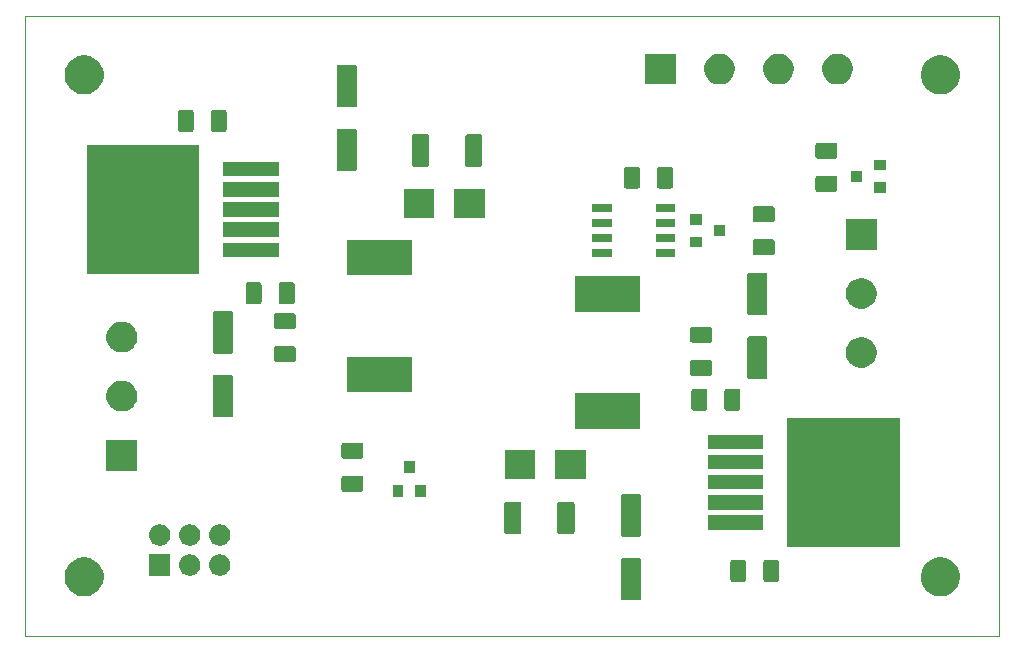
<source format=gbr>
G04 #@! TF.GenerationSoftware,KiCad,Pcbnew,(5.1.0)-1*
G04 #@! TF.CreationDate,2019-06-07T15:42:58+02:00*
G04 #@! TF.ProjectId,DRS,4452532e-6b69-4636-9164-5f7063625858,rev?*
G04 #@! TF.SameCoordinates,Original*
G04 #@! TF.FileFunction,Soldermask,Bot*
G04 #@! TF.FilePolarity,Negative*
%FSLAX46Y46*%
G04 Gerber Fmt 4.6, Leading zero omitted, Abs format (unit mm)*
G04 Created by KiCad (PCBNEW (5.1.0)-1) date 2019-06-07 15:42:58*
%MOMM*%
%LPD*%
G04 APERTURE LIST*
%ADD10C,0.100000*%
G04 APERTURE END LIST*
D10*
X94000000Y-103500000D02*
X176500000Y-103500000D01*
X94000000Y-51000000D02*
X94000000Y-103500000D01*
X176500000Y-51000000D02*
X94000000Y-51000000D01*
X176500000Y-103500000D02*
X176500000Y-51000000D01*
G36*
X146005997Y-96903051D02*
G01*
X146039652Y-96913261D01*
X146070665Y-96929838D01*
X146097851Y-96952149D01*
X146120162Y-96979335D01*
X146136739Y-97010348D01*
X146146949Y-97044003D01*
X146151000Y-97085138D01*
X146151000Y-100314862D01*
X146146949Y-100355997D01*
X146136739Y-100389652D01*
X146120162Y-100420665D01*
X146097851Y-100447851D01*
X146070665Y-100470162D01*
X146039652Y-100486739D01*
X146005997Y-100496949D01*
X145964862Y-100501000D01*
X144635138Y-100501000D01*
X144594003Y-100496949D01*
X144560348Y-100486739D01*
X144529335Y-100470162D01*
X144502149Y-100447851D01*
X144479838Y-100420665D01*
X144463261Y-100389652D01*
X144453051Y-100355997D01*
X144449000Y-100314862D01*
X144449000Y-97085138D01*
X144453051Y-97044003D01*
X144463261Y-97010348D01*
X144479838Y-96979335D01*
X144502149Y-96952149D01*
X144529335Y-96929838D01*
X144560348Y-96913261D01*
X144594003Y-96903051D01*
X144635138Y-96899000D01*
X145964862Y-96899000D01*
X146005997Y-96903051D01*
X146005997Y-96903051D01*
G37*
G36*
X171875256Y-96891298D02*
G01*
X171981579Y-96912447D01*
X172282042Y-97036903D01*
X172552451Y-97217585D01*
X172782415Y-97447549D01*
X172963097Y-97717958D01*
X173081162Y-98002991D01*
X173087553Y-98018422D01*
X173151000Y-98337389D01*
X173151000Y-98662611D01*
X173115949Y-98838821D01*
X173087553Y-98981579D01*
X172963097Y-99282042D01*
X172782415Y-99552451D01*
X172552451Y-99782415D01*
X172282042Y-99963097D01*
X171981579Y-100087553D01*
X171875256Y-100108702D01*
X171662611Y-100151000D01*
X171337389Y-100151000D01*
X171124744Y-100108702D01*
X171018421Y-100087553D01*
X170717958Y-99963097D01*
X170447549Y-99782415D01*
X170217585Y-99552451D01*
X170036903Y-99282042D01*
X169912447Y-98981579D01*
X169884051Y-98838821D01*
X169849000Y-98662611D01*
X169849000Y-98337389D01*
X169912447Y-98018422D01*
X169918839Y-98002991D01*
X170036903Y-97717958D01*
X170217585Y-97447549D01*
X170447549Y-97217585D01*
X170717958Y-97036903D01*
X171018421Y-96912447D01*
X171124744Y-96891298D01*
X171337389Y-96849000D01*
X171662611Y-96849000D01*
X171875256Y-96891298D01*
X171875256Y-96891298D01*
G37*
G36*
X99375256Y-96891298D02*
G01*
X99481579Y-96912447D01*
X99782042Y-97036903D01*
X100052451Y-97217585D01*
X100282415Y-97447549D01*
X100463097Y-97717958D01*
X100581162Y-98002991D01*
X100587553Y-98018422D01*
X100651000Y-98337389D01*
X100651000Y-98662611D01*
X100615949Y-98838821D01*
X100587553Y-98981579D01*
X100463097Y-99282042D01*
X100282415Y-99552451D01*
X100052451Y-99782415D01*
X99782042Y-99963097D01*
X99481579Y-100087553D01*
X99375256Y-100108702D01*
X99162611Y-100151000D01*
X98837389Y-100151000D01*
X98624744Y-100108702D01*
X98518421Y-100087553D01*
X98217958Y-99963097D01*
X97947549Y-99782415D01*
X97717585Y-99552451D01*
X97536903Y-99282042D01*
X97412447Y-98981579D01*
X97384051Y-98838821D01*
X97349000Y-98662611D01*
X97349000Y-98337389D01*
X97412447Y-98018422D01*
X97418839Y-98002991D01*
X97536903Y-97717958D01*
X97717585Y-97447549D01*
X97947549Y-97217585D01*
X98217958Y-97036903D01*
X98518421Y-96912447D01*
X98624744Y-96891298D01*
X98837389Y-96849000D01*
X99162611Y-96849000D01*
X99375256Y-96891298D01*
X99375256Y-96891298D01*
G37*
G36*
X157718604Y-97078347D02*
G01*
X157755144Y-97089432D01*
X157788821Y-97107433D01*
X157818341Y-97131659D01*
X157842567Y-97161179D01*
X157860568Y-97194856D01*
X157871653Y-97231396D01*
X157876000Y-97275538D01*
X157876000Y-98724462D01*
X157871653Y-98768604D01*
X157860568Y-98805144D01*
X157842567Y-98838821D01*
X157818341Y-98868341D01*
X157788821Y-98892567D01*
X157755144Y-98910568D01*
X157718604Y-98921653D01*
X157674462Y-98926000D01*
X156725538Y-98926000D01*
X156681396Y-98921653D01*
X156644856Y-98910568D01*
X156611179Y-98892567D01*
X156581659Y-98868341D01*
X156557433Y-98838821D01*
X156539432Y-98805144D01*
X156528347Y-98768604D01*
X156524000Y-98724462D01*
X156524000Y-97275538D01*
X156528347Y-97231396D01*
X156539432Y-97194856D01*
X156557433Y-97161179D01*
X156581659Y-97131659D01*
X156611179Y-97107433D01*
X156644856Y-97089432D01*
X156681396Y-97078347D01*
X156725538Y-97074000D01*
X157674462Y-97074000D01*
X157718604Y-97078347D01*
X157718604Y-97078347D01*
G37*
G36*
X154918604Y-97078347D02*
G01*
X154955144Y-97089432D01*
X154988821Y-97107433D01*
X155018341Y-97131659D01*
X155042567Y-97161179D01*
X155060568Y-97194856D01*
X155071653Y-97231396D01*
X155076000Y-97275538D01*
X155076000Y-98724462D01*
X155071653Y-98768604D01*
X155060568Y-98805144D01*
X155042567Y-98838821D01*
X155018341Y-98868341D01*
X154988821Y-98892567D01*
X154955144Y-98910568D01*
X154918604Y-98921653D01*
X154874462Y-98926000D01*
X153925538Y-98926000D01*
X153881396Y-98921653D01*
X153844856Y-98910568D01*
X153811179Y-98892567D01*
X153781659Y-98868341D01*
X153757433Y-98838821D01*
X153739432Y-98805144D01*
X153728347Y-98768604D01*
X153724000Y-98724462D01*
X153724000Y-97275538D01*
X153728347Y-97231396D01*
X153739432Y-97194856D01*
X153757433Y-97161179D01*
X153781659Y-97131659D01*
X153811179Y-97107433D01*
X153844856Y-97089432D01*
X153881396Y-97078347D01*
X153925538Y-97074000D01*
X154874462Y-97074000D01*
X154918604Y-97078347D01*
X154918604Y-97078347D01*
G37*
G36*
X108050442Y-96605518D02*
G01*
X108116627Y-96612037D01*
X108286466Y-96663557D01*
X108442991Y-96747222D01*
X108478729Y-96776552D01*
X108580186Y-96859814D01*
X108628957Y-96919243D01*
X108692778Y-96997009D01*
X108692779Y-96997011D01*
X108764751Y-97131659D01*
X108776443Y-97153534D01*
X108827963Y-97323373D01*
X108845359Y-97500000D01*
X108827963Y-97676627D01*
X108776443Y-97846466D01*
X108692778Y-98002991D01*
X108680114Y-98018422D01*
X108580186Y-98140186D01*
X108478729Y-98223448D01*
X108442991Y-98252778D01*
X108286466Y-98336443D01*
X108116627Y-98387963D01*
X108050442Y-98394482D01*
X107984260Y-98401000D01*
X107895740Y-98401000D01*
X107829558Y-98394482D01*
X107763373Y-98387963D01*
X107593534Y-98336443D01*
X107437009Y-98252778D01*
X107401271Y-98223448D01*
X107299814Y-98140186D01*
X107199886Y-98018422D01*
X107187222Y-98002991D01*
X107103557Y-97846466D01*
X107052037Y-97676627D01*
X107034641Y-97500000D01*
X107052037Y-97323373D01*
X107103557Y-97153534D01*
X107115250Y-97131659D01*
X107187221Y-96997011D01*
X107187222Y-96997009D01*
X107251043Y-96919243D01*
X107299814Y-96859814D01*
X107401271Y-96776552D01*
X107437009Y-96747222D01*
X107593534Y-96663557D01*
X107763373Y-96612037D01*
X107829557Y-96605519D01*
X107895740Y-96599000D01*
X107984260Y-96599000D01*
X108050442Y-96605518D01*
X108050442Y-96605518D01*
G37*
G36*
X106301000Y-98401000D02*
G01*
X104499000Y-98401000D01*
X104499000Y-96599000D01*
X106301000Y-96599000D01*
X106301000Y-98401000D01*
X106301000Y-98401000D01*
G37*
G36*
X110590442Y-96605518D02*
G01*
X110656627Y-96612037D01*
X110826466Y-96663557D01*
X110982991Y-96747222D01*
X111018729Y-96776552D01*
X111120186Y-96859814D01*
X111168957Y-96919243D01*
X111232778Y-96997009D01*
X111232779Y-96997011D01*
X111304751Y-97131659D01*
X111316443Y-97153534D01*
X111367963Y-97323373D01*
X111385359Y-97500000D01*
X111367963Y-97676627D01*
X111316443Y-97846466D01*
X111232778Y-98002991D01*
X111220114Y-98018422D01*
X111120186Y-98140186D01*
X111018729Y-98223448D01*
X110982991Y-98252778D01*
X110826466Y-98336443D01*
X110656627Y-98387963D01*
X110590442Y-98394482D01*
X110524260Y-98401000D01*
X110435740Y-98401000D01*
X110369558Y-98394482D01*
X110303373Y-98387963D01*
X110133534Y-98336443D01*
X109977009Y-98252778D01*
X109941271Y-98223448D01*
X109839814Y-98140186D01*
X109739886Y-98018422D01*
X109727222Y-98002991D01*
X109643557Y-97846466D01*
X109592037Y-97676627D01*
X109574641Y-97500000D01*
X109592037Y-97323373D01*
X109643557Y-97153534D01*
X109655250Y-97131659D01*
X109727221Y-96997011D01*
X109727222Y-96997009D01*
X109791043Y-96919243D01*
X109839814Y-96859814D01*
X109941271Y-96776552D01*
X109977009Y-96747222D01*
X110133534Y-96663557D01*
X110303373Y-96612037D01*
X110369557Y-96605519D01*
X110435740Y-96599000D01*
X110524260Y-96599000D01*
X110590442Y-96605518D01*
X110590442Y-96605518D01*
G37*
G36*
X168051000Y-95951000D02*
G01*
X158549000Y-95951000D01*
X158549000Y-85049000D01*
X168051000Y-85049000D01*
X168051000Y-95951000D01*
X168051000Y-95951000D01*
G37*
G36*
X110590443Y-94065519D02*
G01*
X110656627Y-94072037D01*
X110826466Y-94123557D01*
X110982991Y-94207222D01*
X111018729Y-94236552D01*
X111120186Y-94319814D01*
X111203448Y-94421271D01*
X111232778Y-94457009D01*
X111316443Y-94613534D01*
X111367963Y-94783373D01*
X111385359Y-94960000D01*
X111367963Y-95136627D01*
X111316443Y-95306466D01*
X111232778Y-95462991D01*
X111203448Y-95498729D01*
X111120186Y-95600186D01*
X111018729Y-95683448D01*
X110982991Y-95712778D01*
X110826466Y-95796443D01*
X110656627Y-95847963D01*
X110590442Y-95854482D01*
X110524260Y-95861000D01*
X110435740Y-95861000D01*
X110369558Y-95854482D01*
X110303373Y-95847963D01*
X110133534Y-95796443D01*
X109977009Y-95712778D01*
X109941271Y-95683448D01*
X109839814Y-95600186D01*
X109756552Y-95498729D01*
X109727222Y-95462991D01*
X109643557Y-95306466D01*
X109592037Y-95136627D01*
X109574641Y-94960000D01*
X109592037Y-94783373D01*
X109643557Y-94613534D01*
X109727222Y-94457009D01*
X109756552Y-94421271D01*
X109839814Y-94319814D01*
X109941271Y-94236552D01*
X109977009Y-94207222D01*
X110133534Y-94123557D01*
X110303373Y-94072037D01*
X110369557Y-94065519D01*
X110435740Y-94059000D01*
X110524260Y-94059000D01*
X110590443Y-94065519D01*
X110590443Y-94065519D01*
G37*
G36*
X108050443Y-94065519D02*
G01*
X108116627Y-94072037D01*
X108286466Y-94123557D01*
X108442991Y-94207222D01*
X108478729Y-94236552D01*
X108580186Y-94319814D01*
X108663448Y-94421271D01*
X108692778Y-94457009D01*
X108776443Y-94613534D01*
X108827963Y-94783373D01*
X108845359Y-94960000D01*
X108827963Y-95136627D01*
X108776443Y-95306466D01*
X108692778Y-95462991D01*
X108663448Y-95498729D01*
X108580186Y-95600186D01*
X108478729Y-95683448D01*
X108442991Y-95712778D01*
X108286466Y-95796443D01*
X108116627Y-95847963D01*
X108050442Y-95854482D01*
X107984260Y-95861000D01*
X107895740Y-95861000D01*
X107829558Y-95854482D01*
X107763373Y-95847963D01*
X107593534Y-95796443D01*
X107437009Y-95712778D01*
X107401271Y-95683448D01*
X107299814Y-95600186D01*
X107216552Y-95498729D01*
X107187222Y-95462991D01*
X107103557Y-95306466D01*
X107052037Y-95136627D01*
X107034641Y-94960000D01*
X107052037Y-94783373D01*
X107103557Y-94613534D01*
X107187222Y-94457009D01*
X107216552Y-94421271D01*
X107299814Y-94319814D01*
X107401271Y-94236552D01*
X107437009Y-94207222D01*
X107593534Y-94123557D01*
X107763373Y-94072037D01*
X107829557Y-94065519D01*
X107895740Y-94059000D01*
X107984260Y-94059000D01*
X108050443Y-94065519D01*
X108050443Y-94065519D01*
G37*
G36*
X105510443Y-94065519D02*
G01*
X105576627Y-94072037D01*
X105746466Y-94123557D01*
X105902991Y-94207222D01*
X105938729Y-94236552D01*
X106040186Y-94319814D01*
X106123448Y-94421271D01*
X106152778Y-94457009D01*
X106236443Y-94613534D01*
X106287963Y-94783373D01*
X106305359Y-94960000D01*
X106287963Y-95136627D01*
X106236443Y-95306466D01*
X106152778Y-95462991D01*
X106123448Y-95498729D01*
X106040186Y-95600186D01*
X105938729Y-95683448D01*
X105902991Y-95712778D01*
X105746466Y-95796443D01*
X105576627Y-95847963D01*
X105510442Y-95854482D01*
X105444260Y-95861000D01*
X105355740Y-95861000D01*
X105289558Y-95854482D01*
X105223373Y-95847963D01*
X105053534Y-95796443D01*
X104897009Y-95712778D01*
X104861271Y-95683448D01*
X104759814Y-95600186D01*
X104676552Y-95498729D01*
X104647222Y-95462991D01*
X104563557Y-95306466D01*
X104512037Y-95136627D01*
X104494641Y-94960000D01*
X104512037Y-94783373D01*
X104563557Y-94613534D01*
X104647222Y-94457009D01*
X104676552Y-94421271D01*
X104759814Y-94319814D01*
X104861271Y-94236552D01*
X104897009Y-94207222D01*
X105053534Y-94123557D01*
X105223373Y-94072037D01*
X105289557Y-94065519D01*
X105355740Y-94059000D01*
X105444260Y-94059000D01*
X105510443Y-94065519D01*
X105510443Y-94065519D01*
G37*
G36*
X146005997Y-91503051D02*
G01*
X146039652Y-91513261D01*
X146070665Y-91529838D01*
X146097851Y-91552149D01*
X146120162Y-91579335D01*
X146136739Y-91610348D01*
X146146949Y-91644003D01*
X146151000Y-91685138D01*
X146151000Y-94914862D01*
X146146949Y-94955997D01*
X146136739Y-94989652D01*
X146120162Y-95020665D01*
X146097851Y-95047851D01*
X146070665Y-95070162D01*
X146039652Y-95086739D01*
X146005997Y-95096949D01*
X145964862Y-95101000D01*
X144635138Y-95101000D01*
X144594003Y-95096949D01*
X144560348Y-95086739D01*
X144529335Y-95070162D01*
X144502149Y-95047851D01*
X144479838Y-95020665D01*
X144463261Y-94989652D01*
X144453051Y-94955997D01*
X144449000Y-94914862D01*
X144449000Y-91685138D01*
X144453051Y-91644003D01*
X144463261Y-91610348D01*
X144479838Y-91579335D01*
X144502149Y-91552149D01*
X144529335Y-91529838D01*
X144560348Y-91513261D01*
X144594003Y-91503051D01*
X144635138Y-91499000D01*
X145964862Y-91499000D01*
X146005997Y-91503051D01*
X146005997Y-91503051D01*
G37*
G36*
X135872798Y-92128247D02*
G01*
X135908367Y-92139037D01*
X135941139Y-92156554D01*
X135969869Y-92180131D01*
X135993446Y-92208861D01*
X136010963Y-92241633D01*
X136021753Y-92277202D01*
X136026000Y-92320325D01*
X136026000Y-94679675D01*
X136021753Y-94722798D01*
X136010963Y-94758367D01*
X135993446Y-94791139D01*
X135969869Y-94819869D01*
X135941139Y-94843446D01*
X135908367Y-94860963D01*
X135872798Y-94871753D01*
X135829675Y-94876000D01*
X134770325Y-94876000D01*
X134727202Y-94871753D01*
X134691633Y-94860963D01*
X134658861Y-94843446D01*
X134630131Y-94819869D01*
X134606554Y-94791139D01*
X134589037Y-94758367D01*
X134578247Y-94722798D01*
X134574000Y-94679675D01*
X134574000Y-92320325D01*
X134578247Y-92277202D01*
X134589037Y-92241633D01*
X134606554Y-92208861D01*
X134630131Y-92180131D01*
X134658861Y-92156554D01*
X134691633Y-92139037D01*
X134727202Y-92128247D01*
X134770325Y-92124000D01*
X135829675Y-92124000D01*
X135872798Y-92128247D01*
X135872798Y-92128247D01*
G37*
G36*
X140372798Y-92128247D02*
G01*
X140408367Y-92139037D01*
X140441139Y-92156554D01*
X140469869Y-92180131D01*
X140493446Y-92208861D01*
X140510963Y-92241633D01*
X140521753Y-92277202D01*
X140526000Y-92320325D01*
X140526000Y-94679675D01*
X140521753Y-94722798D01*
X140510963Y-94758367D01*
X140493446Y-94791139D01*
X140469869Y-94819869D01*
X140441139Y-94843446D01*
X140408367Y-94860963D01*
X140372798Y-94871753D01*
X140329675Y-94876000D01*
X139270325Y-94876000D01*
X139227202Y-94871753D01*
X139191633Y-94860963D01*
X139158861Y-94843446D01*
X139130131Y-94819869D01*
X139106554Y-94791139D01*
X139089037Y-94758367D01*
X139078247Y-94722798D01*
X139074000Y-94679675D01*
X139074000Y-92320325D01*
X139078247Y-92277202D01*
X139089037Y-92241633D01*
X139106554Y-92208861D01*
X139130131Y-92180131D01*
X139158861Y-92156554D01*
X139191633Y-92139037D01*
X139227202Y-92128247D01*
X139270325Y-92124000D01*
X140329675Y-92124000D01*
X140372798Y-92128247D01*
X140372798Y-92128247D01*
G37*
G36*
X156501000Y-94501000D02*
G01*
X151799000Y-94501000D01*
X151799000Y-93299000D01*
X156501000Y-93299000D01*
X156501000Y-94501000D01*
X156501000Y-94501000D01*
G37*
G36*
X156501000Y-92801000D02*
G01*
X151799000Y-92801000D01*
X151799000Y-91599000D01*
X156501000Y-91599000D01*
X156501000Y-92801000D01*
X156501000Y-92801000D01*
G37*
G36*
X126037000Y-91737000D02*
G01*
X125135000Y-91737000D01*
X125135000Y-90735000D01*
X126037000Y-90735000D01*
X126037000Y-91737000D01*
X126037000Y-91737000D01*
G37*
G36*
X127937000Y-91737000D02*
G01*
X127035000Y-91737000D01*
X127035000Y-90735000D01*
X127937000Y-90735000D01*
X127937000Y-91737000D01*
X127937000Y-91737000D01*
G37*
G36*
X122478604Y-89948347D02*
G01*
X122515144Y-89959432D01*
X122548821Y-89977433D01*
X122578341Y-90001659D01*
X122602567Y-90031179D01*
X122620568Y-90064856D01*
X122631653Y-90101396D01*
X122636000Y-90145538D01*
X122636000Y-91094462D01*
X122631653Y-91138604D01*
X122620568Y-91175144D01*
X122602567Y-91208821D01*
X122578341Y-91238341D01*
X122548821Y-91262567D01*
X122515144Y-91280568D01*
X122478604Y-91291653D01*
X122434462Y-91296000D01*
X120985538Y-91296000D01*
X120941396Y-91291653D01*
X120904856Y-91280568D01*
X120871179Y-91262567D01*
X120841659Y-91238341D01*
X120817433Y-91208821D01*
X120799432Y-91175144D01*
X120788347Y-91138604D01*
X120784000Y-91094462D01*
X120784000Y-90145538D01*
X120788347Y-90101396D01*
X120799432Y-90064856D01*
X120817433Y-90031179D01*
X120841659Y-90001659D01*
X120871179Y-89977433D01*
X120904856Y-89959432D01*
X120941396Y-89948347D01*
X120985538Y-89944000D01*
X122434462Y-89944000D01*
X122478604Y-89948347D01*
X122478604Y-89948347D01*
G37*
G36*
X156501000Y-91101000D02*
G01*
X151799000Y-91101000D01*
X151799000Y-89899000D01*
X156501000Y-89899000D01*
X156501000Y-91101000D01*
X156501000Y-91101000D01*
G37*
G36*
X141501000Y-90201000D02*
G01*
X138899000Y-90201000D01*
X138899000Y-87799000D01*
X141501000Y-87799000D01*
X141501000Y-90201000D01*
X141501000Y-90201000D01*
G37*
G36*
X137201000Y-90201000D02*
G01*
X134599000Y-90201000D01*
X134599000Y-87799000D01*
X137201000Y-87799000D01*
X137201000Y-90201000D01*
X137201000Y-90201000D01*
G37*
G36*
X126987000Y-89737000D02*
G01*
X126085000Y-89737000D01*
X126085000Y-88735000D01*
X126987000Y-88735000D01*
X126987000Y-89737000D01*
X126987000Y-89737000D01*
G37*
G36*
X103501000Y-89501000D02*
G01*
X100899000Y-89501000D01*
X100899000Y-86899000D01*
X103501000Y-86899000D01*
X103501000Y-89501000D01*
X103501000Y-89501000D01*
G37*
G36*
X156501000Y-89401000D02*
G01*
X151799000Y-89401000D01*
X151799000Y-88199000D01*
X156501000Y-88199000D01*
X156501000Y-89401000D01*
X156501000Y-89401000D01*
G37*
G36*
X122478604Y-87148347D02*
G01*
X122515144Y-87159432D01*
X122548821Y-87177433D01*
X122578341Y-87201659D01*
X122602567Y-87231179D01*
X122620568Y-87264856D01*
X122631653Y-87301396D01*
X122636000Y-87345538D01*
X122636000Y-88294462D01*
X122631653Y-88338604D01*
X122620568Y-88375144D01*
X122602567Y-88408821D01*
X122578341Y-88438341D01*
X122548821Y-88462567D01*
X122515144Y-88480568D01*
X122478604Y-88491653D01*
X122434462Y-88496000D01*
X120985538Y-88496000D01*
X120941396Y-88491653D01*
X120904856Y-88480568D01*
X120871179Y-88462567D01*
X120841659Y-88438341D01*
X120817433Y-88408821D01*
X120799432Y-88375144D01*
X120788347Y-88338604D01*
X120784000Y-88294462D01*
X120784000Y-87345538D01*
X120788347Y-87301396D01*
X120799432Y-87264856D01*
X120817433Y-87231179D01*
X120841659Y-87201659D01*
X120871179Y-87177433D01*
X120904856Y-87159432D01*
X120941396Y-87148347D01*
X120985538Y-87144000D01*
X122434462Y-87144000D01*
X122478604Y-87148347D01*
X122478604Y-87148347D01*
G37*
G36*
X156501000Y-87701000D02*
G01*
X151799000Y-87701000D01*
X151799000Y-86499000D01*
X156501000Y-86499000D01*
X156501000Y-87701000D01*
X156501000Y-87701000D01*
G37*
G36*
X146051000Y-85951000D02*
G01*
X140549000Y-85951000D01*
X140549000Y-82949000D01*
X146051000Y-82949000D01*
X146051000Y-85951000D01*
X146051000Y-85951000D01*
G37*
G36*
X111455997Y-81403051D02*
G01*
X111489652Y-81413261D01*
X111520665Y-81429838D01*
X111547851Y-81452149D01*
X111570162Y-81479335D01*
X111586739Y-81510348D01*
X111596949Y-81544003D01*
X111601000Y-81585138D01*
X111601000Y-84814862D01*
X111596949Y-84855997D01*
X111586739Y-84889652D01*
X111570162Y-84920665D01*
X111547851Y-84947851D01*
X111520665Y-84970162D01*
X111489652Y-84986739D01*
X111455997Y-84996949D01*
X111414862Y-85001000D01*
X110085138Y-85001000D01*
X110044003Y-84996949D01*
X110010348Y-84986739D01*
X109979335Y-84970162D01*
X109952149Y-84947851D01*
X109929838Y-84920665D01*
X109913261Y-84889652D01*
X109903051Y-84855997D01*
X109899000Y-84814862D01*
X109899000Y-81585138D01*
X109903051Y-81544003D01*
X109913261Y-81510348D01*
X109929838Y-81479335D01*
X109952149Y-81452149D01*
X109979335Y-81429838D01*
X110010348Y-81413261D01*
X110044003Y-81403051D01*
X110085138Y-81399000D01*
X111414862Y-81399000D01*
X111455997Y-81403051D01*
X111455997Y-81403051D01*
G37*
G36*
X102579487Y-81948996D02*
G01*
X102816253Y-82047068D01*
X102816255Y-82047069D01*
X103029339Y-82189447D01*
X103210553Y-82370661D01*
X103346420Y-82574000D01*
X103352932Y-82583747D01*
X103451004Y-82820513D01*
X103501000Y-83071861D01*
X103501000Y-83328139D01*
X103451004Y-83579487D01*
X103352932Y-83816253D01*
X103352931Y-83816255D01*
X103210553Y-84029339D01*
X103029339Y-84210553D01*
X102816255Y-84352931D01*
X102816254Y-84352932D01*
X102816253Y-84352932D01*
X102579487Y-84451004D01*
X102328139Y-84501000D01*
X102071861Y-84501000D01*
X101820513Y-84451004D01*
X101583747Y-84352932D01*
X101583746Y-84352932D01*
X101583745Y-84352931D01*
X101370661Y-84210553D01*
X101189447Y-84029339D01*
X101047069Y-83816255D01*
X101047068Y-83816253D01*
X100948996Y-83579487D01*
X100899000Y-83328139D01*
X100899000Y-83071861D01*
X100948996Y-82820513D01*
X101047068Y-82583747D01*
X101053581Y-82574000D01*
X101189447Y-82370661D01*
X101370661Y-82189447D01*
X101583745Y-82047069D01*
X101583747Y-82047068D01*
X101820513Y-81948996D01*
X102071861Y-81899000D01*
X102328139Y-81899000D01*
X102579487Y-81948996D01*
X102579487Y-81948996D01*
G37*
G36*
X154418604Y-82578347D02*
G01*
X154455144Y-82589432D01*
X154488821Y-82607433D01*
X154518341Y-82631659D01*
X154542567Y-82661179D01*
X154560568Y-82694856D01*
X154571653Y-82731396D01*
X154576000Y-82775538D01*
X154576000Y-84224462D01*
X154571653Y-84268604D01*
X154560568Y-84305144D01*
X154542567Y-84338821D01*
X154518341Y-84368341D01*
X154488821Y-84392567D01*
X154455144Y-84410568D01*
X154418604Y-84421653D01*
X154374462Y-84426000D01*
X153425538Y-84426000D01*
X153381396Y-84421653D01*
X153344856Y-84410568D01*
X153311179Y-84392567D01*
X153281659Y-84368341D01*
X153257433Y-84338821D01*
X153239432Y-84305144D01*
X153228347Y-84268604D01*
X153224000Y-84224462D01*
X153224000Y-82775538D01*
X153228347Y-82731396D01*
X153239432Y-82694856D01*
X153257433Y-82661179D01*
X153281659Y-82631659D01*
X153311179Y-82607433D01*
X153344856Y-82589432D01*
X153381396Y-82578347D01*
X153425538Y-82574000D01*
X154374462Y-82574000D01*
X154418604Y-82578347D01*
X154418604Y-82578347D01*
G37*
G36*
X151618604Y-82578347D02*
G01*
X151655144Y-82589432D01*
X151688821Y-82607433D01*
X151718341Y-82631659D01*
X151742567Y-82661179D01*
X151760568Y-82694856D01*
X151771653Y-82731396D01*
X151776000Y-82775538D01*
X151776000Y-84224462D01*
X151771653Y-84268604D01*
X151760568Y-84305144D01*
X151742567Y-84338821D01*
X151718341Y-84368341D01*
X151688821Y-84392567D01*
X151655144Y-84410568D01*
X151618604Y-84421653D01*
X151574462Y-84426000D01*
X150625538Y-84426000D01*
X150581396Y-84421653D01*
X150544856Y-84410568D01*
X150511179Y-84392567D01*
X150481659Y-84368341D01*
X150457433Y-84338821D01*
X150439432Y-84305144D01*
X150428347Y-84268604D01*
X150424000Y-84224462D01*
X150424000Y-82775538D01*
X150428347Y-82731396D01*
X150439432Y-82694856D01*
X150457433Y-82661179D01*
X150481659Y-82631659D01*
X150511179Y-82607433D01*
X150544856Y-82589432D01*
X150581396Y-82578347D01*
X150625538Y-82574000D01*
X151574462Y-82574000D01*
X151618604Y-82578347D01*
X151618604Y-82578347D01*
G37*
G36*
X126751000Y-82851000D02*
G01*
X121249000Y-82851000D01*
X121249000Y-79849000D01*
X126751000Y-79849000D01*
X126751000Y-82851000D01*
X126751000Y-82851000D01*
G37*
G36*
X156705997Y-78153051D02*
G01*
X156739652Y-78163261D01*
X156770665Y-78179838D01*
X156797851Y-78202149D01*
X156820162Y-78229335D01*
X156836739Y-78260348D01*
X156846949Y-78294003D01*
X156851000Y-78335138D01*
X156851000Y-81564862D01*
X156846949Y-81605997D01*
X156836739Y-81639652D01*
X156820162Y-81670665D01*
X156797851Y-81697851D01*
X156770665Y-81720162D01*
X156739652Y-81736739D01*
X156705997Y-81746949D01*
X156664862Y-81751000D01*
X155335138Y-81751000D01*
X155294003Y-81746949D01*
X155260348Y-81736739D01*
X155229335Y-81720162D01*
X155202149Y-81697851D01*
X155179838Y-81670665D01*
X155163261Y-81639652D01*
X155153051Y-81605997D01*
X155149000Y-81564862D01*
X155149000Y-78335138D01*
X155153051Y-78294003D01*
X155163261Y-78260348D01*
X155179838Y-78229335D01*
X155202149Y-78202149D01*
X155229335Y-78179838D01*
X155260348Y-78163261D01*
X155294003Y-78153051D01*
X155335138Y-78149000D01*
X156664862Y-78149000D01*
X156705997Y-78153051D01*
X156705997Y-78153051D01*
G37*
G36*
X152018604Y-80128347D02*
G01*
X152055144Y-80139432D01*
X152088821Y-80157433D01*
X152118341Y-80181659D01*
X152142567Y-80211179D01*
X152160568Y-80244856D01*
X152171653Y-80281396D01*
X152176000Y-80325538D01*
X152176000Y-81274462D01*
X152171653Y-81318604D01*
X152160568Y-81355144D01*
X152142567Y-81388821D01*
X152118341Y-81418341D01*
X152088821Y-81442567D01*
X152055144Y-81460568D01*
X152018604Y-81471653D01*
X151974462Y-81476000D01*
X150525538Y-81476000D01*
X150481396Y-81471653D01*
X150444856Y-81460568D01*
X150411179Y-81442567D01*
X150381659Y-81418341D01*
X150357433Y-81388821D01*
X150339432Y-81355144D01*
X150328347Y-81318604D01*
X150324000Y-81274462D01*
X150324000Y-80325538D01*
X150328347Y-80281396D01*
X150339432Y-80244856D01*
X150357433Y-80211179D01*
X150381659Y-80181659D01*
X150411179Y-80157433D01*
X150444856Y-80139432D01*
X150481396Y-80128347D01*
X150525538Y-80124000D01*
X151974462Y-80124000D01*
X152018604Y-80128347D01*
X152018604Y-80128347D01*
G37*
G36*
X165179487Y-78248996D02*
G01*
X165416253Y-78347068D01*
X165416255Y-78347069D01*
X165629339Y-78489447D01*
X165810553Y-78670661D01*
X165907836Y-78816255D01*
X165952932Y-78883747D01*
X166051004Y-79120513D01*
X166101000Y-79371861D01*
X166101000Y-79628139D01*
X166051004Y-79879487D01*
X165978055Y-80055600D01*
X165952931Y-80116255D01*
X165810553Y-80329339D01*
X165629339Y-80510553D01*
X165416255Y-80652931D01*
X165416254Y-80652932D01*
X165416253Y-80652932D01*
X165179487Y-80751004D01*
X164928139Y-80801000D01*
X164671861Y-80801000D01*
X164420513Y-80751004D01*
X164183747Y-80652932D01*
X164183746Y-80652932D01*
X164183745Y-80652931D01*
X163970661Y-80510553D01*
X163789447Y-80329339D01*
X163647069Y-80116255D01*
X163621945Y-80055600D01*
X163548996Y-79879487D01*
X163499000Y-79628139D01*
X163499000Y-79371861D01*
X163548996Y-79120513D01*
X163647068Y-78883747D01*
X163692165Y-78816255D01*
X163789447Y-78670661D01*
X163970661Y-78489447D01*
X164183745Y-78347069D01*
X164183747Y-78347068D01*
X164420513Y-78248996D01*
X164671861Y-78199000D01*
X164928139Y-78199000D01*
X165179487Y-78248996D01*
X165179487Y-78248996D01*
G37*
G36*
X116768604Y-78978347D02*
G01*
X116805144Y-78989432D01*
X116838821Y-79007433D01*
X116868341Y-79031659D01*
X116892567Y-79061179D01*
X116910568Y-79094856D01*
X116921653Y-79131396D01*
X116926000Y-79175538D01*
X116926000Y-80124462D01*
X116921653Y-80168604D01*
X116910568Y-80205144D01*
X116892567Y-80238821D01*
X116868341Y-80268341D01*
X116838821Y-80292567D01*
X116805144Y-80310568D01*
X116768604Y-80321653D01*
X116724462Y-80326000D01*
X115275538Y-80326000D01*
X115231396Y-80321653D01*
X115194856Y-80310568D01*
X115161179Y-80292567D01*
X115131659Y-80268341D01*
X115107433Y-80238821D01*
X115089432Y-80205144D01*
X115078347Y-80168604D01*
X115074000Y-80124462D01*
X115074000Y-79175538D01*
X115078347Y-79131396D01*
X115089432Y-79094856D01*
X115107433Y-79061179D01*
X115131659Y-79031659D01*
X115161179Y-79007433D01*
X115194856Y-78989432D01*
X115231396Y-78978347D01*
X115275538Y-78974000D01*
X116724462Y-78974000D01*
X116768604Y-78978347D01*
X116768604Y-78978347D01*
G37*
G36*
X111455997Y-76003051D02*
G01*
X111489652Y-76013261D01*
X111520665Y-76029838D01*
X111547851Y-76052149D01*
X111570162Y-76079335D01*
X111586739Y-76110348D01*
X111596949Y-76144003D01*
X111601000Y-76185138D01*
X111601000Y-79414862D01*
X111596949Y-79455997D01*
X111586739Y-79489652D01*
X111570162Y-79520665D01*
X111547851Y-79547851D01*
X111520665Y-79570162D01*
X111489652Y-79586739D01*
X111455997Y-79596949D01*
X111414862Y-79601000D01*
X110085138Y-79601000D01*
X110044003Y-79596949D01*
X110010348Y-79586739D01*
X109979335Y-79570162D01*
X109952149Y-79547851D01*
X109929838Y-79520665D01*
X109913261Y-79489652D01*
X109903051Y-79455997D01*
X109899000Y-79414862D01*
X109899000Y-76185138D01*
X109903051Y-76144003D01*
X109913261Y-76110348D01*
X109929838Y-76079335D01*
X109952149Y-76052149D01*
X109979335Y-76029838D01*
X110010348Y-76013261D01*
X110044003Y-76003051D01*
X110085138Y-75999000D01*
X111414862Y-75999000D01*
X111455997Y-76003051D01*
X111455997Y-76003051D01*
G37*
G36*
X102579487Y-76948996D02*
G01*
X102816253Y-77047068D01*
X102816255Y-77047069D01*
X103029339Y-77189447D01*
X103210553Y-77370661D01*
X103324803Y-77541648D01*
X103352932Y-77583747D01*
X103451004Y-77820513D01*
X103501000Y-78071861D01*
X103501000Y-78328139D01*
X103451004Y-78579487D01*
X103352932Y-78816253D01*
X103352931Y-78816255D01*
X103210553Y-79029339D01*
X103029339Y-79210553D01*
X102816255Y-79352931D01*
X102816254Y-79352932D01*
X102816253Y-79352932D01*
X102579487Y-79451004D01*
X102328139Y-79501000D01*
X102071861Y-79501000D01*
X101820513Y-79451004D01*
X101583747Y-79352932D01*
X101583746Y-79352932D01*
X101583745Y-79352931D01*
X101370661Y-79210553D01*
X101189447Y-79029339D01*
X101047069Y-78816255D01*
X101047068Y-78816253D01*
X100948996Y-78579487D01*
X100899000Y-78328139D01*
X100899000Y-78071861D01*
X100948996Y-77820513D01*
X101047068Y-77583747D01*
X101075198Y-77541648D01*
X101189447Y-77370661D01*
X101370661Y-77189447D01*
X101583745Y-77047069D01*
X101583747Y-77047068D01*
X101820513Y-76948996D01*
X102071861Y-76899000D01*
X102328139Y-76899000D01*
X102579487Y-76948996D01*
X102579487Y-76948996D01*
G37*
G36*
X152018604Y-77328347D02*
G01*
X152055144Y-77339432D01*
X152088821Y-77357433D01*
X152118341Y-77381659D01*
X152142567Y-77411179D01*
X152160568Y-77444856D01*
X152171653Y-77481396D01*
X152176000Y-77525538D01*
X152176000Y-78474462D01*
X152171653Y-78518604D01*
X152160568Y-78555144D01*
X152142567Y-78588821D01*
X152118341Y-78618341D01*
X152088821Y-78642567D01*
X152055144Y-78660568D01*
X152018604Y-78671653D01*
X151974462Y-78676000D01*
X150525538Y-78676000D01*
X150481396Y-78671653D01*
X150444856Y-78660568D01*
X150411179Y-78642567D01*
X150381659Y-78618341D01*
X150357433Y-78588821D01*
X150339432Y-78555144D01*
X150328347Y-78518604D01*
X150324000Y-78474462D01*
X150324000Y-77525538D01*
X150328347Y-77481396D01*
X150339432Y-77444856D01*
X150357433Y-77411179D01*
X150381659Y-77381659D01*
X150411179Y-77357433D01*
X150444856Y-77339432D01*
X150481396Y-77328347D01*
X150525538Y-77324000D01*
X151974462Y-77324000D01*
X152018604Y-77328347D01*
X152018604Y-77328347D01*
G37*
G36*
X116768604Y-76178347D02*
G01*
X116805144Y-76189432D01*
X116838821Y-76207433D01*
X116868341Y-76231659D01*
X116892567Y-76261179D01*
X116910568Y-76294856D01*
X116921653Y-76331396D01*
X116926000Y-76375538D01*
X116926000Y-77324462D01*
X116921653Y-77368604D01*
X116910568Y-77405144D01*
X116892567Y-77438821D01*
X116868341Y-77468341D01*
X116838821Y-77492567D01*
X116805144Y-77510568D01*
X116768604Y-77521653D01*
X116724462Y-77526000D01*
X115275538Y-77526000D01*
X115231396Y-77521653D01*
X115194856Y-77510568D01*
X115161179Y-77492567D01*
X115131659Y-77468341D01*
X115107433Y-77438821D01*
X115089432Y-77405144D01*
X115078347Y-77368604D01*
X115074000Y-77324462D01*
X115074000Y-76375538D01*
X115078347Y-76331396D01*
X115089432Y-76294856D01*
X115107433Y-76261179D01*
X115131659Y-76231659D01*
X115161179Y-76207433D01*
X115194856Y-76189432D01*
X115231396Y-76178347D01*
X115275538Y-76174000D01*
X116724462Y-76174000D01*
X116768604Y-76178347D01*
X116768604Y-76178347D01*
G37*
G36*
X156705997Y-72753051D02*
G01*
X156739652Y-72763261D01*
X156770665Y-72779838D01*
X156797851Y-72802149D01*
X156820162Y-72829335D01*
X156836739Y-72860348D01*
X156846949Y-72894003D01*
X156851000Y-72935138D01*
X156851000Y-76164862D01*
X156846949Y-76205997D01*
X156836739Y-76239652D01*
X156820162Y-76270665D01*
X156797851Y-76297851D01*
X156770665Y-76320162D01*
X156739652Y-76336739D01*
X156705997Y-76346949D01*
X156664862Y-76351000D01*
X155335138Y-76351000D01*
X155294003Y-76346949D01*
X155260348Y-76336739D01*
X155229335Y-76320162D01*
X155202149Y-76297851D01*
X155179838Y-76270665D01*
X155163261Y-76239652D01*
X155153051Y-76205997D01*
X155149000Y-76164862D01*
X155149000Y-72935138D01*
X155153051Y-72894003D01*
X155163261Y-72860348D01*
X155179838Y-72829335D01*
X155202149Y-72802149D01*
X155229335Y-72779838D01*
X155260348Y-72763261D01*
X155294003Y-72753051D01*
X155335138Y-72749000D01*
X156664862Y-72749000D01*
X156705997Y-72753051D01*
X156705997Y-72753051D01*
G37*
G36*
X146051000Y-76051000D02*
G01*
X140549000Y-76051000D01*
X140549000Y-73049000D01*
X146051000Y-73049000D01*
X146051000Y-76051000D01*
X146051000Y-76051000D01*
G37*
G36*
X165179487Y-73248996D02*
G01*
X165416253Y-73347068D01*
X165416255Y-73347069D01*
X165629339Y-73489447D01*
X165810553Y-73670661D01*
X165926642Y-73844400D01*
X165952932Y-73883747D01*
X166051004Y-74120513D01*
X166101000Y-74371861D01*
X166101000Y-74628139D01*
X166051004Y-74879487D01*
X165952932Y-75116253D01*
X165952931Y-75116255D01*
X165810553Y-75329339D01*
X165629339Y-75510553D01*
X165416255Y-75652931D01*
X165416254Y-75652932D01*
X165416253Y-75652932D01*
X165179487Y-75751004D01*
X164928139Y-75801000D01*
X164671861Y-75801000D01*
X164420513Y-75751004D01*
X164183747Y-75652932D01*
X164183746Y-75652932D01*
X164183745Y-75652931D01*
X163970661Y-75510553D01*
X163789447Y-75329339D01*
X163647069Y-75116255D01*
X163647068Y-75116253D01*
X163548996Y-74879487D01*
X163499000Y-74628139D01*
X163499000Y-74371861D01*
X163548996Y-74120513D01*
X163647068Y-73883747D01*
X163673359Y-73844400D01*
X163789447Y-73670661D01*
X163970661Y-73489447D01*
X164183745Y-73347069D01*
X164183747Y-73347068D01*
X164420513Y-73248996D01*
X164671861Y-73199000D01*
X164928139Y-73199000D01*
X165179487Y-73248996D01*
X165179487Y-73248996D01*
G37*
G36*
X116668604Y-73578347D02*
G01*
X116705144Y-73589432D01*
X116738821Y-73607433D01*
X116768341Y-73631659D01*
X116792567Y-73661179D01*
X116810568Y-73694856D01*
X116821653Y-73731396D01*
X116826000Y-73775538D01*
X116826000Y-75224462D01*
X116821653Y-75268604D01*
X116810568Y-75305144D01*
X116792567Y-75338821D01*
X116768341Y-75368341D01*
X116738821Y-75392567D01*
X116705144Y-75410568D01*
X116668604Y-75421653D01*
X116624462Y-75426000D01*
X115675538Y-75426000D01*
X115631396Y-75421653D01*
X115594856Y-75410568D01*
X115561179Y-75392567D01*
X115531659Y-75368341D01*
X115507433Y-75338821D01*
X115489432Y-75305144D01*
X115478347Y-75268604D01*
X115474000Y-75224462D01*
X115474000Y-73775538D01*
X115478347Y-73731396D01*
X115489432Y-73694856D01*
X115507433Y-73661179D01*
X115531659Y-73631659D01*
X115561179Y-73607433D01*
X115594856Y-73589432D01*
X115631396Y-73578347D01*
X115675538Y-73574000D01*
X116624462Y-73574000D01*
X116668604Y-73578347D01*
X116668604Y-73578347D01*
G37*
G36*
X113868604Y-73578347D02*
G01*
X113905144Y-73589432D01*
X113938821Y-73607433D01*
X113968341Y-73631659D01*
X113992567Y-73661179D01*
X114010568Y-73694856D01*
X114021653Y-73731396D01*
X114026000Y-73775538D01*
X114026000Y-75224462D01*
X114021653Y-75268604D01*
X114010568Y-75305144D01*
X113992567Y-75338821D01*
X113968341Y-75368341D01*
X113938821Y-75392567D01*
X113905144Y-75410568D01*
X113868604Y-75421653D01*
X113824462Y-75426000D01*
X112875538Y-75426000D01*
X112831396Y-75421653D01*
X112794856Y-75410568D01*
X112761179Y-75392567D01*
X112731659Y-75368341D01*
X112707433Y-75338821D01*
X112689432Y-75305144D01*
X112678347Y-75268604D01*
X112674000Y-75224462D01*
X112674000Y-73775538D01*
X112678347Y-73731396D01*
X112689432Y-73694856D01*
X112707433Y-73661179D01*
X112731659Y-73631659D01*
X112761179Y-73607433D01*
X112794856Y-73589432D01*
X112831396Y-73578347D01*
X112875538Y-73574000D01*
X113824462Y-73574000D01*
X113868604Y-73578347D01*
X113868604Y-73578347D01*
G37*
G36*
X126751000Y-72951000D02*
G01*
X121249000Y-72951000D01*
X121249000Y-69949000D01*
X126751000Y-69949000D01*
X126751000Y-72951000D01*
X126751000Y-72951000D01*
G37*
G36*
X108751000Y-72851000D02*
G01*
X99249000Y-72851000D01*
X99249000Y-61949000D01*
X108751000Y-61949000D01*
X108751000Y-72851000D01*
X108751000Y-72851000D01*
G37*
G36*
X143676000Y-71456000D02*
G01*
X142024000Y-71456000D01*
X142024000Y-70754000D01*
X143676000Y-70754000D01*
X143676000Y-71456000D01*
X143676000Y-71456000D01*
G37*
G36*
X149076000Y-71456000D02*
G01*
X147424000Y-71456000D01*
X147424000Y-70754000D01*
X149076000Y-70754000D01*
X149076000Y-71456000D01*
X149076000Y-71456000D01*
G37*
G36*
X115501000Y-71401000D02*
G01*
X110799000Y-71401000D01*
X110799000Y-70199000D01*
X115501000Y-70199000D01*
X115501000Y-71401000D01*
X115501000Y-71401000D01*
G37*
G36*
X157318604Y-69928347D02*
G01*
X157355144Y-69939432D01*
X157388821Y-69957433D01*
X157418341Y-69981659D01*
X157442567Y-70011179D01*
X157460568Y-70044856D01*
X157471653Y-70081396D01*
X157476000Y-70125538D01*
X157476000Y-71074462D01*
X157471653Y-71118604D01*
X157460568Y-71155144D01*
X157442567Y-71188821D01*
X157418341Y-71218341D01*
X157388821Y-71242567D01*
X157355144Y-71260568D01*
X157318604Y-71271653D01*
X157274462Y-71276000D01*
X155825538Y-71276000D01*
X155781396Y-71271653D01*
X155744856Y-71260568D01*
X155711179Y-71242567D01*
X155681659Y-71218341D01*
X155657433Y-71188821D01*
X155639432Y-71155144D01*
X155628347Y-71118604D01*
X155624000Y-71074462D01*
X155624000Y-70125538D01*
X155628347Y-70081396D01*
X155639432Y-70044856D01*
X155657433Y-70011179D01*
X155681659Y-69981659D01*
X155711179Y-69957433D01*
X155744856Y-69939432D01*
X155781396Y-69928347D01*
X155825538Y-69924000D01*
X157274462Y-69924000D01*
X157318604Y-69928347D01*
X157318604Y-69928347D01*
G37*
G36*
X166101000Y-70801000D02*
G01*
X163499000Y-70801000D01*
X163499000Y-68199000D01*
X166101000Y-68199000D01*
X166101000Y-70801000D01*
X166101000Y-70801000D01*
G37*
G36*
X151301000Y-70601000D02*
G01*
X150299000Y-70601000D01*
X150299000Y-69699000D01*
X151301000Y-69699000D01*
X151301000Y-70601000D01*
X151301000Y-70601000D01*
G37*
G36*
X149076000Y-70186000D02*
G01*
X147424000Y-70186000D01*
X147424000Y-69484000D01*
X149076000Y-69484000D01*
X149076000Y-70186000D01*
X149076000Y-70186000D01*
G37*
G36*
X143676000Y-70186000D02*
G01*
X142024000Y-70186000D01*
X142024000Y-69484000D01*
X143676000Y-69484000D01*
X143676000Y-70186000D01*
X143676000Y-70186000D01*
G37*
G36*
X115501000Y-69701000D02*
G01*
X110799000Y-69701000D01*
X110799000Y-68499000D01*
X115501000Y-68499000D01*
X115501000Y-69701000D01*
X115501000Y-69701000D01*
G37*
G36*
X153301000Y-69651000D02*
G01*
X152299000Y-69651000D01*
X152299000Y-68749000D01*
X153301000Y-68749000D01*
X153301000Y-69651000D01*
X153301000Y-69651000D01*
G37*
G36*
X149076000Y-68916000D02*
G01*
X147424000Y-68916000D01*
X147424000Y-68214000D01*
X149076000Y-68214000D01*
X149076000Y-68916000D01*
X149076000Y-68916000D01*
G37*
G36*
X143676000Y-68916000D02*
G01*
X142024000Y-68916000D01*
X142024000Y-68214000D01*
X143676000Y-68214000D01*
X143676000Y-68916000D01*
X143676000Y-68916000D01*
G37*
G36*
X151301000Y-68701000D02*
G01*
X150299000Y-68701000D01*
X150299000Y-67799000D01*
X151301000Y-67799000D01*
X151301000Y-68701000D01*
X151301000Y-68701000D01*
G37*
G36*
X157318604Y-67128347D02*
G01*
X157355144Y-67139432D01*
X157388821Y-67157433D01*
X157418341Y-67181659D01*
X157442567Y-67211179D01*
X157460568Y-67244856D01*
X157471653Y-67281396D01*
X157476000Y-67325538D01*
X157476000Y-68274462D01*
X157471653Y-68318604D01*
X157460568Y-68355144D01*
X157442567Y-68388821D01*
X157418341Y-68418341D01*
X157388821Y-68442567D01*
X157355144Y-68460568D01*
X157318604Y-68471653D01*
X157274462Y-68476000D01*
X155825538Y-68476000D01*
X155781396Y-68471653D01*
X155744856Y-68460568D01*
X155711179Y-68442567D01*
X155681659Y-68418341D01*
X155657433Y-68388821D01*
X155639432Y-68355144D01*
X155628347Y-68318604D01*
X155624000Y-68274462D01*
X155624000Y-67325538D01*
X155628347Y-67281396D01*
X155639432Y-67244856D01*
X155657433Y-67211179D01*
X155681659Y-67181659D01*
X155711179Y-67157433D01*
X155744856Y-67139432D01*
X155781396Y-67128347D01*
X155825538Y-67124000D01*
X157274462Y-67124000D01*
X157318604Y-67128347D01*
X157318604Y-67128347D01*
G37*
G36*
X132951000Y-68101000D02*
G01*
X130349000Y-68101000D01*
X130349000Y-65699000D01*
X132951000Y-65699000D01*
X132951000Y-68101000D01*
X132951000Y-68101000D01*
G37*
G36*
X128651000Y-68101000D02*
G01*
X126049000Y-68101000D01*
X126049000Y-65699000D01*
X128651000Y-65699000D01*
X128651000Y-68101000D01*
X128651000Y-68101000D01*
G37*
G36*
X115501000Y-68001000D02*
G01*
X110799000Y-68001000D01*
X110799000Y-66799000D01*
X115501000Y-66799000D01*
X115501000Y-68001000D01*
X115501000Y-68001000D01*
G37*
G36*
X143676000Y-67646000D02*
G01*
X142024000Y-67646000D01*
X142024000Y-66944000D01*
X143676000Y-66944000D01*
X143676000Y-67646000D01*
X143676000Y-67646000D01*
G37*
G36*
X149076000Y-67646000D02*
G01*
X147424000Y-67646000D01*
X147424000Y-66944000D01*
X149076000Y-66944000D01*
X149076000Y-67646000D01*
X149076000Y-67646000D01*
G37*
G36*
X115501000Y-66301000D02*
G01*
X110799000Y-66301000D01*
X110799000Y-65099000D01*
X115501000Y-65099000D01*
X115501000Y-66301000D01*
X115501000Y-66301000D01*
G37*
G36*
X166899000Y-65983000D02*
G01*
X165897000Y-65983000D01*
X165897000Y-65081000D01*
X166899000Y-65081000D01*
X166899000Y-65983000D01*
X166899000Y-65983000D01*
G37*
G36*
X162610604Y-64548347D02*
G01*
X162647144Y-64559432D01*
X162680821Y-64577433D01*
X162710341Y-64601659D01*
X162734567Y-64631179D01*
X162752568Y-64664856D01*
X162763653Y-64701396D01*
X162768000Y-64745538D01*
X162768000Y-65694462D01*
X162763653Y-65738604D01*
X162752568Y-65775144D01*
X162734567Y-65808821D01*
X162710341Y-65838341D01*
X162680821Y-65862567D01*
X162647144Y-65880568D01*
X162610604Y-65891653D01*
X162566462Y-65896000D01*
X161117538Y-65896000D01*
X161073396Y-65891653D01*
X161036856Y-65880568D01*
X161003179Y-65862567D01*
X160973659Y-65838341D01*
X160949433Y-65808821D01*
X160931432Y-65775144D01*
X160920347Y-65738604D01*
X160916000Y-65694462D01*
X160916000Y-64745538D01*
X160920347Y-64701396D01*
X160931432Y-64664856D01*
X160949433Y-64631179D01*
X160973659Y-64601659D01*
X161003179Y-64577433D01*
X161036856Y-64559432D01*
X161073396Y-64548347D01*
X161117538Y-64544000D01*
X162566462Y-64544000D01*
X162610604Y-64548347D01*
X162610604Y-64548347D01*
G37*
G36*
X148718604Y-63778347D02*
G01*
X148755144Y-63789432D01*
X148788821Y-63807433D01*
X148818341Y-63831659D01*
X148842567Y-63861179D01*
X148860568Y-63894856D01*
X148871653Y-63931396D01*
X148876000Y-63975538D01*
X148876000Y-65424462D01*
X148871653Y-65468604D01*
X148860568Y-65505144D01*
X148842567Y-65538821D01*
X148818341Y-65568341D01*
X148788821Y-65592567D01*
X148755144Y-65610568D01*
X148718604Y-65621653D01*
X148674462Y-65626000D01*
X147725538Y-65626000D01*
X147681396Y-65621653D01*
X147644856Y-65610568D01*
X147611179Y-65592567D01*
X147581659Y-65568341D01*
X147557433Y-65538821D01*
X147539432Y-65505144D01*
X147528347Y-65468604D01*
X147524000Y-65424462D01*
X147524000Y-63975538D01*
X147528347Y-63931396D01*
X147539432Y-63894856D01*
X147557433Y-63861179D01*
X147581659Y-63831659D01*
X147611179Y-63807433D01*
X147644856Y-63789432D01*
X147681396Y-63778347D01*
X147725538Y-63774000D01*
X148674462Y-63774000D01*
X148718604Y-63778347D01*
X148718604Y-63778347D01*
G37*
G36*
X145918604Y-63778347D02*
G01*
X145955144Y-63789432D01*
X145988821Y-63807433D01*
X146018341Y-63831659D01*
X146042567Y-63861179D01*
X146060568Y-63894856D01*
X146071653Y-63931396D01*
X146076000Y-63975538D01*
X146076000Y-65424462D01*
X146071653Y-65468604D01*
X146060568Y-65505144D01*
X146042567Y-65538821D01*
X146018341Y-65568341D01*
X145988821Y-65592567D01*
X145955144Y-65610568D01*
X145918604Y-65621653D01*
X145874462Y-65626000D01*
X144925538Y-65626000D01*
X144881396Y-65621653D01*
X144844856Y-65610568D01*
X144811179Y-65592567D01*
X144781659Y-65568341D01*
X144757433Y-65538821D01*
X144739432Y-65505144D01*
X144728347Y-65468604D01*
X144724000Y-65424462D01*
X144724000Y-63975538D01*
X144728347Y-63931396D01*
X144739432Y-63894856D01*
X144757433Y-63861179D01*
X144781659Y-63831659D01*
X144811179Y-63807433D01*
X144844856Y-63789432D01*
X144881396Y-63778347D01*
X144925538Y-63774000D01*
X145874462Y-63774000D01*
X145918604Y-63778347D01*
X145918604Y-63778347D01*
G37*
G36*
X164899000Y-65033000D02*
G01*
X163897000Y-65033000D01*
X163897000Y-64131000D01*
X164899000Y-64131000D01*
X164899000Y-65033000D01*
X164899000Y-65033000D01*
G37*
G36*
X115501000Y-64601000D02*
G01*
X110799000Y-64601000D01*
X110799000Y-63399000D01*
X115501000Y-63399000D01*
X115501000Y-64601000D01*
X115501000Y-64601000D01*
G37*
G36*
X121955997Y-60553051D02*
G01*
X121989652Y-60563261D01*
X122020665Y-60579838D01*
X122047851Y-60602149D01*
X122070162Y-60629335D01*
X122086739Y-60660348D01*
X122096949Y-60694003D01*
X122101000Y-60735138D01*
X122101000Y-63964862D01*
X122096949Y-64005997D01*
X122086739Y-64039652D01*
X122070162Y-64070665D01*
X122047851Y-64097851D01*
X122020665Y-64120162D01*
X121989652Y-64136739D01*
X121955997Y-64146949D01*
X121914862Y-64151000D01*
X120585138Y-64151000D01*
X120544003Y-64146949D01*
X120510348Y-64136739D01*
X120479335Y-64120162D01*
X120452149Y-64097851D01*
X120429838Y-64070665D01*
X120413261Y-64039652D01*
X120403051Y-64005997D01*
X120399000Y-63964862D01*
X120399000Y-60735138D01*
X120403051Y-60694003D01*
X120413261Y-60660348D01*
X120429838Y-60629335D01*
X120452149Y-60602149D01*
X120479335Y-60579838D01*
X120510348Y-60563261D01*
X120544003Y-60553051D01*
X120585138Y-60549000D01*
X121914862Y-60549000D01*
X121955997Y-60553051D01*
X121955997Y-60553051D01*
G37*
G36*
X166899000Y-64083000D02*
G01*
X165897000Y-64083000D01*
X165897000Y-63181000D01*
X166899000Y-63181000D01*
X166899000Y-64083000D01*
X166899000Y-64083000D01*
G37*
G36*
X132572798Y-61028247D02*
G01*
X132608367Y-61039037D01*
X132641139Y-61056554D01*
X132669869Y-61080131D01*
X132693446Y-61108861D01*
X132710963Y-61141633D01*
X132721753Y-61177202D01*
X132726000Y-61220325D01*
X132726000Y-63579675D01*
X132721753Y-63622798D01*
X132710963Y-63658367D01*
X132693446Y-63691139D01*
X132669869Y-63719869D01*
X132641139Y-63743446D01*
X132608367Y-63760963D01*
X132572798Y-63771753D01*
X132529675Y-63776000D01*
X131470325Y-63776000D01*
X131427202Y-63771753D01*
X131391633Y-63760963D01*
X131358861Y-63743446D01*
X131330131Y-63719869D01*
X131306554Y-63691139D01*
X131289037Y-63658367D01*
X131278247Y-63622798D01*
X131274000Y-63579675D01*
X131274000Y-61220325D01*
X131278247Y-61177202D01*
X131289037Y-61141633D01*
X131306554Y-61108861D01*
X131330131Y-61080131D01*
X131358861Y-61056554D01*
X131391633Y-61039037D01*
X131427202Y-61028247D01*
X131470325Y-61024000D01*
X132529675Y-61024000D01*
X132572798Y-61028247D01*
X132572798Y-61028247D01*
G37*
G36*
X128072798Y-61028247D02*
G01*
X128108367Y-61039037D01*
X128141139Y-61056554D01*
X128169869Y-61080131D01*
X128193446Y-61108861D01*
X128210963Y-61141633D01*
X128221753Y-61177202D01*
X128226000Y-61220325D01*
X128226000Y-63579675D01*
X128221753Y-63622798D01*
X128210963Y-63658367D01*
X128193446Y-63691139D01*
X128169869Y-63719869D01*
X128141139Y-63743446D01*
X128108367Y-63760963D01*
X128072798Y-63771753D01*
X128029675Y-63776000D01*
X126970325Y-63776000D01*
X126927202Y-63771753D01*
X126891633Y-63760963D01*
X126858861Y-63743446D01*
X126830131Y-63719869D01*
X126806554Y-63691139D01*
X126789037Y-63658367D01*
X126778247Y-63622798D01*
X126774000Y-63579675D01*
X126774000Y-61220325D01*
X126778247Y-61177202D01*
X126789037Y-61141633D01*
X126806554Y-61108861D01*
X126830131Y-61080131D01*
X126858861Y-61056554D01*
X126891633Y-61039037D01*
X126927202Y-61028247D01*
X126970325Y-61024000D01*
X128029675Y-61024000D01*
X128072798Y-61028247D01*
X128072798Y-61028247D01*
G37*
G36*
X162610604Y-61748347D02*
G01*
X162647144Y-61759432D01*
X162680821Y-61777433D01*
X162710341Y-61801659D01*
X162734567Y-61831179D01*
X162752568Y-61864856D01*
X162763653Y-61901396D01*
X162768000Y-61945538D01*
X162768000Y-62894462D01*
X162763653Y-62938604D01*
X162752568Y-62975144D01*
X162734567Y-63008821D01*
X162710341Y-63038341D01*
X162680821Y-63062567D01*
X162647144Y-63080568D01*
X162610604Y-63091653D01*
X162566462Y-63096000D01*
X161117538Y-63096000D01*
X161073396Y-63091653D01*
X161036856Y-63080568D01*
X161003179Y-63062567D01*
X160973659Y-63038341D01*
X160949433Y-63008821D01*
X160931432Y-62975144D01*
X160920347Y-62938604D01*
X160916000Y-62894462D01*
X160916000Y-61945538D01*
X160920347Y-61901396D01*
X160931432Y-61864856D01*
X160949433Y-61831179D01*
X160973659Y-61801659D01*
X161003179Y-61777433D01*
X161036856Y-61759432D01*
X161073396Y-61748347D01*
X161117538Y-61744000D01*
X162566462Y-61744000D01*
X162610604Y-61748347D01*
X162610604Y-61748347D01*
G37*
G36*
X110918604Y-58978347D02*
G01*
X110955144Y-58989432D01*
X110988821Y-59007433D01*
X111018341Y-59031659D01*
X111042567Y-59061179D01*
X111060568Y-59094856D01*
X111071653Y-59131396D01*
X111076000Y-59175538D01*
X111076000Y-60624462D01*
X111071653Y-60668604D01*
X111060568Y-60705144D01*
X111042567Y-60738821D01*
X111018341Y-60768341D01*
X110988821Y-60792567D01*
X110955144Y-60810568D01*
X110918604Y-60821653D01*
X110874462Y-60826000D01*
X109925538Y-60826000D01*
X109881396Y-60821653D01*
X109844856Y-60810568D01*
X109811179Y-60792567D01*
X109781659Y-60768341D01*
X109757433Y-60738821D01*
X109739432Y-60705144D01*
X109728347Y-60668604D01*
X109724000Y-60624462D01*
X109724000Y-59175538D01*
X109728347Y-59131396D01*
X109739432Y-59094856D01*
X109757433Y-59061179D01*
X109781659Y-59031659D01*
X109811179Y-59007433D01*
X109844856Y-58989432D01*
X109881396Y-58978347D01*
X109925538Y-58974000D01*
X110874462Y-58974000D01*
X110918604Y-58978347D01*
X110918604Y-58978347D01*
G37*
G36*
X108118604Y-58978347D02*
G01*
X108155144Y-58989432D01*
X108188821Y-59007433D01*
X108218341Y-59031659D01*
X108242567Y-59061179D01*
X108260568Y-59094856D01*
X108271653Y-59131396D01*
X108276000Y-59175538D01*
X108276000Y-60624462D01*
X108271653Y-60668604D01*
X108260568Y-60705144D01*
X108242567Y-60738821D01*
X108218341Y-60768341D01*
X108188821Y-60792567D01*
X108155144Y-60810568D01*
X108118604Y-60821653D01*
X108074462Y-60826000D01*
X107125538Y-60826000D01*
X107081396Y-60821653D01*
X107044856Y-60810568D01*
X107011179Y-60792567D01*
X106981659Y-60768341D01*
X106957433Y-60738821D01*
X106939432Y-60705144D01*
X106928347Y-60668604D01*
X106924000Y-60624462D01*
X106924000Y-59175538D01*
X106928347Y-59131396D01*
X106939432Y-59094856D01*
X106957433Y-59061179D01*
X106981659Y-59031659D01*
X107011179Y-59007433D01*
X107044856Y-58989432D01*
X107081396Y-58978347D01*
X107125538Y-58974000D01*
X108074462Y-58974000D01*
X108118604Y-58978347D01*
X108118604Y-58978347D01*
G37*
G36*
X121955997Y-55153051D02*
G01*
X121989652Y-55163261D01*
X122020665Y-55179838D01*
X122047851Y-55202149D01*
X122070162Y-55229335D01*
X122086739Y-55260348D01*
X122096949Y-55294003D01*
X122101000Y-55335138D01*
X122101000Y-58564862D01*
X122096949Y-58605997D01*
X122086739Y-58639652D01*
X122070162Y-58670665D01*
X122047851Y-58697851D01*
X122020665Y-58720162D01*
X121989652Y-58736739D01*
X121955997Y-58746949D01*
X121914862Y-58751000D01*
X120585138Y-58751000D01*
X120544003Y-58746949D01*
X120510348Y-58736739D01*
X120479335Y-58720162D01*
X120452149Y-58697851D01*
X120429838Y-58670665D01*
X120413261Y-58639652D01*
X120403051Y-58605997D01*
X120399000Y-58564862D01*
X120399000Y-55335138D01*
X120403051Y-55294003D01*
X120413261Y-55260348D01*
X120429838Y-55229335D01*
X120452149Y-55202149D01*
X120479335Y-55179838D01*
X120510348Y-55163261D01*
X120544003Y-55153051D01*
X120585138Y-55149000D01*
X121914862Y-55149000D01*
X121955997Y-55153051D01*
X121955997Y-55153051D01*
G37*
G36*
X99375256Y-54391298D02*
G01*
X99481579Y-54412447D01*
X99782042Y-54536903D01*
X100052451Y-54717585D01*
X100282415Y-54947549D01*
X100463097Y-55217958D01*
X100587553Y-55518421D01*
X100651000Y-55837391D01*
X100651000Y-56162609D01*
X100587553Y-56481579D01*
X100463097Y-56782042D01*
X100282415Y-57052451D01*
X100052451Y-57282415D01*
X99782042Y-57463097D01*
X99481579Y-57587553D01*
X99375256Y-57608702D01*
X99162611Y-57651000D01*
X98837389Y-57651000D01*
X98624744Y-57608702D01*
X98518421Y-57587553D01*
X98217958Y-57463097D01*
X97947549Y-57282415D01*
X97717585Y-57052451D01*
X97536903Y-56782042D01*
X97412447Y-56481579D01*
X97349000Y-56162609D01*
X97349000Y-55837391D01*
X97412447Y-55518421D01*
X97536903Y-55217958D01*
X97717585Y-54947549D01*
X97947549Y-54717585D01*
X98217958Y-54536903D01*
X98518421Y-54412447D01*
X98624744Y-54391298D01*
X98837389Y-54349000D01*
X99162611Y-54349000D01*
X99375256Y-54391298D01*
X99375256Y-54391298D01*
G37*
G36*
X171875256Y-54391298D02*
G01*
X171981579Y-54412447D01*
X172282042Y-54536903D01*
X172552451Y-54717585D01*
X172782415Y-54947549D01*
X172963097Y-55217958D01*
X173087553Y-55518421D01*
X173151000Y-55837391D01*
X173151000Y-56162609D01*
X173087553Y-56481579D01*
X172963097Y-56782042D01*
X172782415Y-57052451D01*
X172552451Y-57282415D01*
X172282042Y-57463097D01*
X171981579Y-57587553D01*
X171875256Y-57608702D01*
X171662611Y-57651000D01*
X171337389Y-57651000D01*
X171124744Y-57608702D01*
X171018421Y-57587553D01*
X170717958Y-57463097D01*
X170447549Y-57282415D01*
X170217585Y-57052451D01*
X170036903Y-56782042D01*
X169912447Y-56481579D01*
X169849000Y-56162609D01*
X169849000Y-55837391D01*
X169912447Y-55518421D01*
X170036903Y-55217958D01*
X170217585Y-54947549D01*
X170447549Y-54717585D01*
X170717958Y-54536903D01*
X171018421Y-54412447D01*
X171124744Y-54391298D01*
X171337389Y-54349000D01*
X171662611Y-54349000D01*
X171875256Y-54391298D01*
X171875256Y-54391298D01*
G37*
G36*
X163179487Y-54248996D02*
G01*
X163416253Y-54347068D01*
X163416255Y-54347069D01*
X163514100Y-54412447D01*
X163629339Y-54489447D01*
X163810553Y-54670661D01*
X163952932Y-54883747D01*
X164051004Y-55120513D01*
X164101000Y-55371861D01*
X164101000Y-55628139D01*
X164051004Y-55879487D01*
X163952932Y-56116253D01*
X163952931Y-56116255D01*
X163810553Y-56329339D01*
X163629339Y-56510553D01*
X163416255Y-56652931D01*
X163416254Y-56652932D01*
X163416253Y-56652932D01*
X163179487Y-56751004D01*
X162928139Y-56801000D01*
X162671861Y-56801000D01*
X162420513Y-56751004D01*
X162183747Y-56652932D01*
X162183746Y-56652932D01*
X162183745Y-56652931D01*
X161970661Y-56510553D01*
X161789447Y-56329339D01*
X161647069Y-56116255D01*
X161647068Y-56116253D01*
X161548996Y-55879487D01*
X161499000Y-55628139D01*
X161499000Y-55371861D01*
X161548996Y-55120513D01*
X161647068Y-54883747D01*
X161789447Y-54670661D01*
X161970661Y-54489447D01*
X162085900Y-54412447D01*
X162183745Y-54347069D01*
X162183747Y-54347068D01*
X162420513Y-54248996D01*
X162671861Y-54199000D01*
X162928139Y-54199000D01*
X163179487Y-54248996D01*
X163179487Y-54248996D01*
G37*
G36*
X158179487Y-54248996D02*
G01*
X158416253Y-54347068D01*
X158416255Y-54347069D01*
X158514100Y-54412447D01*
X158629339Y-54489447D01*
X158810553Y-54670661D01*
X158952932Y-54883747D01*
X159051004Y-55120513D01*
X159101000Y-55371861D01*
X159101000Y-55628139D01*
X159051004Y-55879487D01*
X158952932Y-56116253D01*
X158952931Y-56116255D01*
X158810553Y-56329339D01*
X158629339Y-56510553D01*
X158416255Y-56652931D01*
X158416254Y-56652932D01*
X158416253Y-56652932D01*
X158179487Y-56751004D01*
X157928139Y-56801000D01*
X157671861Y-56801000D01*
X157420513Y-56751004D01*
X157183747Y-56652932D01*
X157183746Y-56652932D01*
X157183745Y-56652931D01*
X156970661Y-56510553D01*
X156789447Y-56329339D01*
X156647069Y-56116255D01*
X156647068Y-56116253D01*
X156548996Y-55879487D01*
X156499000Y-55628139D01*
X156499000Y-55371861D01*
X156548996Y-55120513D01*
X156647068Y-54883747D01*
X156789447Y-54670661D01*
X156970661Y-54489447D01*
X157085900Y-54412447D01*
X157183745Y-54347069D01*
X157183747Y-54347068D01*
X157420513Y-54248996D01*
X157671861Y-54199000D01*
X157928139Y-54199000D01*
X158179487Y-54248996D01*
X158179487Y-54248996D01*
G37*
G36*
X153179487Y-54248996D02*
G01*
X153416253Y-54347068D01*
X153416255Y-54347069D01*
X153514100Y-54412447D01*
X153629339Y-54489447D01*
X153810553Y-54670661D01*
X153952932Y-54883747D01*
X154051004Y-55120513D01*
X154101000Y-55371861D01*
X154101000Y-55628139D01*
X154051004Y-55879487D01*
X153952932Y-56116253D01*
X153952931Y-56116255D01*
X153810553Y-56329339D01*
X153629339Y-56510553D01*
X153416255Y-56652931D01*
X153416254Y-56652932D01*
X153416253Y-56652932D01*
X153179487Y-56751004D01*
X152928139Y-56801000D01*
X152671861Y-56801000D01*
X152420513Y-56751004D01*
X152183747Y-56652932D01*
X152183746Y-56652932D01*
X152183745Y-56652931D01*
X151970661Y-56510553D01*
X151789447Y-56329339D01*
X151647069Y-56116255D01*
X151647068Y-56116253D01*
X151548996Y-55879487D01*
X151499000Y-55628139D01*
X151499000Y-55371861D01*
X151548996Y-55120513D01*
X151647068Y-54883747D01*
X151789447Y-54670661D01*
X151970661Y-54489447D01*
X152085900Y-54412447D01*
X152183745Y-54347069D01*
X152183747Y-54347068D01*
X152420513Y-54248996D01*
X152671861Y-54199000D01*
X152928139Y-54199000D01*
X153179487Y-54248996D01*
X153179487Y-54248996D01*
G37*
G36*
X149101000Y-56801000D02*
G01*
X146499000Y-56801000D01*
X146499000Y-54199000D01*
X149101000Y-54199000D01*
X149101000Y-56801000D01*
X149101000Y-56801000D01*
G37*
M02*

</source>
